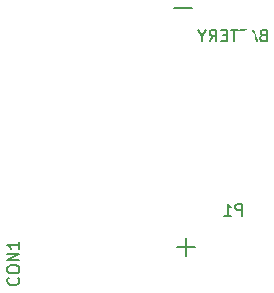
<source format=gbo>
G04 (created by PCBNEW (2013-04-19 BZR 4011)-stable) date 6/24/2013 11:27:29 PM*
%MOIN*%
G04 Gerber Fmt 3.4, Leading zero omitted, Abs format*
%FSLAX34Y34*%
G01*
G70*
G90*
G04 APERTURE LIST*
%ADD10C,0.006*%
%ADD11C,0.00590551*%
%ADD12R,0.055X0.055*%
%ADD13C,0.055*%
%ADD14R,0.06X0.06*%
%ADD15C,0.06*%
%ADD16R,0.19685X0.0984252*%
G04 APERTURE END LIST*
G54D10*
G54D11*
X76121Y-48478D02*
X76140Y-48496D01*
X76159Y-48553D01*
X76159Y-48590D01*
X76140Y-48646D01*
X76103Y-48684D01*
X76065Y-48703D01*
X75990Y-48721D01*
X75934Y-48721D01*
X75859Y-48703D01*
X75821Y-48684D01*
X75784Y-48646D01*
X75765Y-48590D01*
X75765Y-48553D01*
X75784Y-48496D01*
X75803Y-48478D01*
X75765Y-48234D02*
X75765Y-48159D01*
X75784Y-48121D01*
X75821Y-48084D01*
X75896Y-48065D01*
X76028Y-48065D01*
X76103Y-48084D01*
X76140Y-48121D01*
X76159Y-48159D01*
X76159Y-48234D01*
X76140Y-48271D01*
X76103Y-48309D01*
X76028Y-48328D01*
X75896Y-48328D01*
X75821Y-48309D01*
X75784Y-48271D01*
X75765Y-48234D01*
X76159Y-47896D02*
X75765Y-47896D01*
X76159Y-47671D01*
X75765Y-47671D01*
X76159Y-47278D02*
X76159Y-47503D01*
X76159Y-47390D02*
X75765Y-47390D01*
X75821Y-47428D01*
X75859Y-47465D01*
X75878Y-47503D01*
X83590Y-46407D02*
X83590Y-46013D01*
X83440Y-46013D01*
X83403Y-46032D01*
X83384Y-46051D01*
X83365Y-46088D01*
X83365Y-46144D01*
X83384Y-46182D01*
X83403Y-46201D01*
X83440Y-46219D01*
X83590Y-46219D01*
X82990Y-46407D02*
X83215Y-46407D01*
X83103Y-46407D02*
X83103Y-46013D01*
X83140Y-46069D01*
X83178Y-46107D01*
X83215Y-46126D01*
X84284Y-40394D02*
X84228Y-40412D01*
X84209Y-40431D01*
X84190Y-40469D01*
X84190Y-40525D01*
X84209Y-40562D01*
X84228Y-40581D01*
X84265Y-40600D01*
X84415Y-40600D01*
X84415Y-40206D01*
X84284Y-40206D01*
X84246Y-40225D01*
X84228Y-40244D01*
X84209Y-40281D01*
X84209Y-40319D01*
X84228Y-40356D01*
X84246Y-40375D01*
X84284Y-40394D01*
X84415Y-40394D01*
X84040Y-40487D02*
X83853Y-40487D01*
X84078Y-40600D02*
X83946Y-40206D01*
X83815Y-40600D01*
X83740Y-40206D02*
X83515Y-40206D01*
X83628Y-40600D02*
X83628Y-40206D01*
X83440Y-40206D02*
X83215Y-40206D01*
X83328Y-40600D02*
X83328Y-40206D01*
X83084Y-40394D02*
X82953Y-40394D01*
X82896Y-40600D02*
X83084Y-40600D01*
X83084Y-40206D01*
X82896Y-40206D01*
X82503Y-40600D02*
X82634Y-40412D01*
X82728Y-40600D02*
X82728Y-40206D01*
X82578Y-40206D01*
X82540Y-40225D01*
X82521Y-40244D01*
X82503Y-40281D01*
X82503Y-40337D01*
X82521Y-40375D01*
X82540Y-40394D01*
X82578Y-40412D01*
X82728Y-40412D01*
X82259Y-40412D02*
X82259Y-40600D01*
X82390Y-40206D02*
X82259Y-40412D01*
X82128Y-40206D01*
X81926Y-39475D02*
X81326Y-39475D01*
X82025Y-47447D02*
X81425Y-47447D01*
X81725Y-47747D02*
X81725Y-47147D01*
%LPC*%
G54D12*
X71850Y-42700D03*
G54D13*
X72850Y-42700D03*
X73850Y-42700D03*
X74850Y-42700D03*
G54D14*
X75600Y-39500D03*
G54D15*
X75600Y-38500D03*
X76600Y-39500D03*
X76600Y-38500D03*
X77600Y-39500D03*
X77600Y-38500D03*
X78600Y-39500D03*
X78600Y-38500D03*
X79600Y-39500D03*
X79600Y-38500D03*
G54D14*
X79000Y-47500D03*
G54D15*
X79000Y-48500D03*
X78000Y-47500D03*
X78000Y-48500D03*
X77000Y-47500D03*
X77000Y-48500D03*
G54D13*
X72000Y-38500D03*
X74000Y-38500D03*
X72000Y-41500D03*
X74000Y-41500D03*
G54D15*
X71631Y-46153D03*
X72615Y-46153D03*
X74584Y-46153D03*
X75568Y-46153D03*
X73600Y-48122D03*
G54D13*
X80750Y-40500D03*
X80750Y-38500D03*
X83750Y-40500D03*
X83750Y-38500D03*
G54D16*
X83300Y-47429D03*
X83300Y-39456D03*
M02*

</source>
